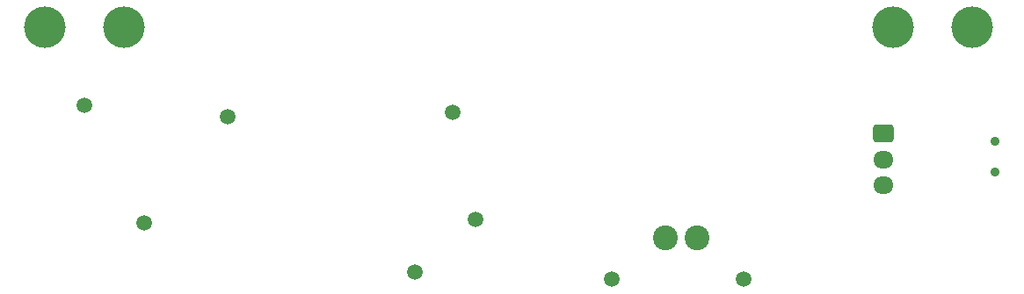
<source format=gbr>
%TF.GenerationSoftware,KiCad,Pcbnew,9.0.5*%
%TF.CreationDate,2025-12-22T18:40:51+01:00*%
%TF.ProjectId,Carte__lectronique,43617274-655f-4e96-9c65-6374726f6e69,rev?*%
%TF.SameCoordinates,Original*%
%TF.FileFunction,Soldermask,Bot*%
%TF.FilePolarity,Negative*%
%FSLAX46Y46*%
G04 Gerber Fmt 4.6, Leading zero omitted, Abs format (unit mm)*
G04 Created by KiCad (PCBNEW 9.0.5) date 2025-12-22 18:40:51*
%MOMM*%
%LPD*%
G01*
G04 APERTURE LIST*
G04 Aperture macros list*
%AMRoundRect*
0 Rectangle with rounded corners*
0 $1 Rounding radius*
0 $2 $3 $4 $5 $6 $7 $8 $9 X,Y pos of 4 corners*
0 Add a 4 corners polygon primitive as box body*
4,1,4,$2,$3,$4,$5,$6,$7,$8,$9,$2,$3,0*
0 Add four circle primitives for the rounded corners*
1,1,$1+$1,$2,$3*
1,1,$1+$1,$4,$5*
1,1,$1+$1,$6,$7*
1,1,$1+$1,$8,$9*
0 Add four rect primitives between the rounded corners*
20,1,$1+$1,$2,$3,$4,$5,0*
20,1,$1+$1,$4,$5,$6,$7,0*
20,1,$1+$1,$6,$7,$8,$9,0*
20,1,$1+$1,$8,$9,$2,$3,0*%
G04 Aperture macros list end*
%ADD10C,1.500000*%
%ADD11C,4.000000*%
%ADD12RoundRect,0.250000X-0.725000X0.600000X-0.725000X-0.600000X0.725000X-0.600000X0.725000X0.600000X0*%
%ADD13O,1.950000X1.700000*%
%ADD14C,2.400000*%
%ADD15C,0.900000*%
G04 APERTURE END LIST*
D10*
%TO.C,TP5*%
X46571200Y-87206800D03*
%TD*%
D11*
%TO.C,V1*%
X118262200Y-78612800D03*
X110642200Y-78612800D03*
X36596200Y-78612800D03*
X28981200Y-78612800D03*
%TD*%
D10*
%TO.C,TP1*%
X83521200Y-102906800D03*
%TD*%
%TO.C,TP3*%
X64596200Y-102256800D03*
%TD*%
%TO.C,TP8*%
X38521200Y-97506800D03*
%TD*%
%TO.C,TP2*%
X96239687Y-102885185D03*
%TD*%
D12*
%TO.C,J1*%
X109753200Y-88852800D03*
D13*
X109753200Y-91352800D03*
X109753200Y-93852800D03*
%TD*%
D10*
%TO.C,TP7*%
X68271200Y-86806800D03*
%TD*%
D14*
%TO.C,L2*%
X88751200Y-98932800D03*
X91751200Y-98932800D03*
%TD*%
D10*
%TO.C,TP4*%
X70421200Y-97156800D03*
%TD*%
D15*
%TO.C,SW1*%
X120481200Y-92566800D03*
X120481200Y-89566800D03*
%TD*%
D10*
%TO.C,TP6*%
X32771200Y-86156800D03*
%TD*%
M02*

</source>
